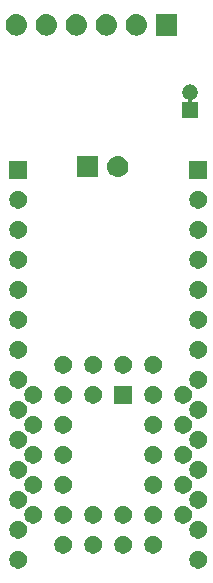
<source format=gbs>
G04 #@! TF.GenerationSoftware,KiCad,Pcbnew,(5.1.0)-1*
G04 #@! TF.CreationDate,2021-03-18T21:23:53+01:00*
G04 #@! TF.ProjectId,Atari TTP and OS,41746172-6920-4545-9450-20616e64204f,rev?*
G04 #@! TF.SameCoordinates,Original*
G04 #@! TF.FileFunction,Soldermask,Bot*
G04 #@! TF.FilePolarity,Negative*
%FSLAX46Y46*%
G04 Gerber Fmt 4.6, Leading zero omitted, Abs format (unit mm)*
G04 Created by KiCad (PCBNEW (5.1.0)-1) date 2021-03-18 21:23:53*
%MOMM*%
%LPD*%
G04 APERTURE LIST*
%ADD10C,0.100000*%
G04 APERTURE END LIST*
D10*
G36*
X140100125Y-102162490D02*
G01*
X140238838Y-102219947D01*
X140363672Y-102303358D01*
X140469842Y-102409528D01*
X140553253Y-102534362D01*
X140610710Y-102673075D01*
X140640000Y-102820329D01*
X140640000Y-102970471D01*
X140610710Y-103117725D01*
X140553253Y-103256438D01*
X140469842Y-103381272D01*
X140363672Y-103487442D01*
X140238838Y-103570853D01*
X140100125Y-103628310D01*
X139952871Y-103657600D01*
X139802729Y-103657600D01*
X139655475Y-103628310D01*
X139516762Y-103570853D01*
X139391928Y-103487442D01*
X139285758Y-103381272D01*
X139202347Y-103256438D01*
X139144890Y-103117725D01*
X139115600Y-102970471D01*
X139115600Y-102820329D01*
X139144890Y-102673075D01*
X139202347Y-102534362D01*
X139285758Y-102409528D01*
X139391928Y-102303358D01*
X139516762Y-102219947D01*
X139655475Y-102162490D01*
X139802729Y-102133200D01*
X139952871Y-102133200D01*
X140100125Y-102162490D01*
X140100125Y-102162490D01*
G37*
G36*
X124860125Y-102162490D02*
G01*
X124998838Y-102219947D01*
X125123672Y-102303358D01*
X125229842Y-102409528D01*
X125313253Y-102534362D01*
X125370710Y-102673075D01*
X125400000Y-102820329D01*
X125400000Y-102970471D01*
X125370710Y-103117725D01*
X125313253Y-103256438D01*
X125229842Y-103381272D01*
X125123672Y-103487442D01*
X124998838Y-103570853D01*
X124860125Y-103628310D01*
X124712871Y-103657600D01*
X124562729Y-103657600D01*
X124415475Y-103628310D01*
X124276762Y-103570853D01*
X124151928Y-103487442D01*
X124045758Y-103381272D01*
X123962347Y-103256438D01*
X123904890Y-103117725D01*
X123875600Y-102970471D01*
X123875600Y-102820329D01*
X123904890Y-102673075D01*
X123962347Y-102534362D01*
X124045758Y-102409528D01*
X124151928Y-102303358D01*
X124276762Y-102219947D01*
X124415475Y-102162490D01*
X124562729Y-102133200D01*
X124712871Y-102133200D01*
X124860125Y-102162490D01*
X124860125Y-102162490D01*
G37*
G36*
X128670125Y-100892490D02*
G01*
X128808838Y-100949947D01*
X128933672Y-101033358D01*
X129039842Y-101139528D01*
X129123253Y-101264362D01*
X129180710Y-101403075D01*
X129210000Y-101550329D01*
X129210000Y-101700471D01*
X129180710Y-101847725D01*
X129123253Y-101986438D01*
X129039842Y-102111272D01*
X128933672Y-102217442D01*
X128808838Y-102300853D01*
X128670125Y-102358310D01*
X128522871Y-102387600D01*
X128372729Y-102387600D01*
X128225475Y-102358310D01*
X128086762Y-102300853D01*
X127961928Y-102217442D01*
X127855758Y-102111272D01*
X127772347Y-101986438D01*
X127714890Y-101847725D01*
X127685600Y-101700471D01*
X127685600Y-101550329D01*
X127714890Y-101403075D01*
X127772347Y-101264362D01*
X127855758Y-101139528D01*
X127961928Y-101033358D01*
X128086762Y-100949947D01*
X128225475Y-100892490D01*
X128372729Y-100863200D01*
X128522871Y-100863200D01*
X128670125Y-100892490D01*
X128670125Y-100892490D01*
G37*
G36*
X136290125Y-100892490D02*
G01*
X136428838Y-100949947D01*
X136553672Y-101033358D01*
X136659842Y-101139528D01*
X136743253Y-101264362D01*
X136800710Y-101403075D01*
X136830000Y-101550329D01*
X136830000Y-101700471D01*
X136800710Y-101847725D01*
X136743253Y-101986438D01*
X136659842Y-102111272D01*
X136553672Y-102217442D01*
X136428838Y-102300853D01*
X136290125Y-102358310D01*
X136142871Y-102387600D01*
X135992729Y-102387600D01*
X135845475Y-102358310D01*
X135706762Y-102300853D01*
X135581928Y-102217442D01*
X135475758Y-102111272D01*
X135392347Y-101986438D01*
X135334890Y-101847725D01*
X135305600Y-101700471D01*
X135305600Y-101550329D01*
X135334890Y-101403075D01*
X135392347Y-101264362D01*
X135475758Y-101139528D01*
X135581928Y-101033358D01*
X135706762Y-100949947D01*
X135845475Y-100892490D01*
X135992729Y-100863200D01*
X136142871Y-100863200D01*
X136290125Y-100892490D01*
X136290125Y-100892490D01*
G37*
G36*
X133750125Y-100892490D02*
G01*
X133888838Y-100949947D01*
X134013672Y-101033358D01*
X134119842Y-101139528D01*
X134203253Y-101264362D01*
X134260710Y-101403075D01*
X134290000Y-101550329D01*
X134290000Y-101700471D01*
X134260710Y-101847725D01*
X134203253Y-101986438D01*
X134119842Y-102111272D01*
X134013672Y-102217442D01*
X133888838Y-102300853D01*
X133750125Y-102358310D01*
X133602871Y-102387600D01*
X133452729Y-102387600D01*
X133305475Y-102358310D01*
X133166762Y-102300853D01*
X133041928Y-102217442D01*
X132935758Y-102111272D01*
X132852347Y-101986438D01*
X132794890Y-101847725D01*
X132765600Y-101700471D01*
X132765600Y-101550329D01*
X132794890Y-101403075D01*
X132852347Y-101264362D01*
X132935758Y-101139528D01*
X133041928Y-101033358D01*
X133166762Y-100949947D01*
X133305475Y-100892490D01*
X133452729Y-100863200D01*
X133602871Y-100863200D01*
X133750125Y-100892490D01*
X133750125Y-100892490D01*
G37*
G36*
X131210125Y-100892490D02*
G01*
X131348838Y-100949947D01*
X131473672Y-101033358D01*
X131579842Y-101139528D01*
X131663253Y-101264362D01*
X131720710Y-101403075D01*
X131750000Y-101550329D01*
X131750000Y-101700471D01*
X131720710Y-101847725D01*
X131663253Y-101986438D01*
X131579842Y-102111272D01*
X131473672Y-102217442D01*
X131348838Y-102300853D01*
X131210125Y-102358310D01*
X131062871Y-102387600D01*
X130912729Y-102387600D01*
X130765475Y-102358310D01*
X130626762Y-102300853D01*
X130501928Y-102217442D01*
X130395758Y-102111272D01*
X130312347Y-101986438D01*
X130254890Y-101847725D01*
X130225600Y-101700471D01*
X130225600Y-101550329D01*
X130254890Y-101403075D01*
X130312347Y-101264362D01*
X130395758Y-101139528D01*
X130501928Y-101033358D01*
X130626762Y-100949947D01*
X130765475Y-100892490D01*
X130912729Y-100863200D01*
X131062871Y-100863200D01*
X131210125Y-100892490D01*
X131210125Y-100892490D01*
G37*
G36*
X140100125Y-99622490D02*
G01*
X140238838Y-99679947D01*
X140363672Y-99763358D01*
X140469842Y-99869528D01*
X140553253Y-99994362D01*
X140610710Y-100133075D01*
X140640000Y-100280329D01*
X140640000Y-100430471D01*
X140610710Y-100577725D01*
X140553253Y-100716438D01*
X140469842Y-100841272D01*
X140363672Y-100947442D01*
X140238838Y-101030853D01*
X140100125Y-101088310D01*
X139952871Y-101117600D01*
X139802729Y-101117600D01*
X139655475Y-101088310D01*
X139516762Y-101030853D01*
X139391928Y-100947442D01*
X139285758Y-100841272D01*
X139202347Y-100716438D01*
X139144890Y-100577725D01*
X139115600Y-100430471D01*
X139115600Y-100280329D01*
X139144890Y-100133075D01*
X139202347Y-99994362D01*
X139285758Y-99869528D01*
X139391928Y-99763358D01*
X139516762Y-99679947D01*
X139655475Y-99622490D01*
X139802729Y-99593200D01*
X139952871Y-99593200D01*
X140100125Y-99622490D01*
X140100125Y-99622490D01*
G37*
G36*
X124860125Y-99622490D02*
G01*
X124998838Y-99679947D01*
X125123672Y-99763358D01*
X125229842Y-99869528D01*
X125313253Y-99994362D01*
X125370710Y-100133075D01*
X125400000Y-100280329D01*
X125400000Y-100430471D01*
X125370710Y-100577725D01*
X125313253Y-100716438D01*
X125229842Y-100841272D01*
X125123672Y-100947442D01*
X124998838Y-101030853D01*
X124860125Y-101088310D01*
X124712871Y-101117600D01*
X124562729Y-101117600D01*
X124415475Y-101088310D01*
X124276762Y-101030853D01*
X124151928Y-100947442D01*
X124045758Y-100841272D01*
X123962347Y-100716438D01*
X123904890Y-100577725D01*
X123875600Y-100430471D01*
X123875600Y-100280329D01*
X123904890Y-100133075D01*
X123962347Y-99994362D01*
X124045758Y-99869528D01*
X124151928Y-99763358D01*
X124276762Y-99679947D01*
X124415475Y-99622490D01*
X124562729Y-99593200D01*
X124712871Y-99593200D01*
X124860125Y-99622490D01*
X124860125Y-99622490D01*
G37*
G36*
X128670125Y-98352490D02*
G01*
X128808838Y-98409947D01*
X128933672Y-98493358D01*
X129039842Y-98599528D01*
X129123253Y-98724362D01*
X129180710Y-98863075D01*
X129210000Y-99010329D01*
X129210000Y-99160471D01*
X129180710Y-99307725D01*
X129123253Y-99446438D01*
X129039842Y-99571272D01*
X128933672Y-99677442D01*
X128808838Y-99760853D01*
X128670125Y-99818310D01*
X128522871Y-99847600D01*
X128372729Y-99847600D01*
X128225475Y-99818310D01*
X128086762Y-99760853D01*
X127961928Y-99677442D01*
X127855758Y-99571272D01*
X127772347Y-99446438D01*
X127714890Y-99307725D01*
X127685600Y-99160471D01*
X127685600Y-99010329D01*
X127714890Y-98863075D01*
X127772347Y-98724362D01*
X127855758Y-98599528D01*
X127961928Y-98493358D01*
X128086762Y-98409947D01*
X128225475Y-98352490D01*
X128372729Y-98323200D01*
X128522871Y-98323200D01*
X128670125Y-98352490D01*
X128670125Y-98352490D01*
G37*
G36*
X136290125Y-98352490D02*
G01*
X136428838Y-98409947D01*
X136553672Y-98493358D01*
X136659842Y-98599528D01*
X136743253Y-98724362D01*
X136800710Y-98863075D01*
X136830000Y-99010329D01*
X136830000Y-99160471D01*
X136800710Y-99307725D01*
X136743253Y-99446438D01*
X136659842Y-99571272D01*
X136553672Y-99677442D01*
X136428838Y-99760853D01*
X136290125Y-99818310D01*
X136142871Y-99847600D01*
X135992729Y-99847600D01*
X135845475Y-99818310D01*
X135706762Y-99760853D01*
X135581928Y-99677442D01*
X135475758Y-99571272D01*
X135392347Y-99446438D01*
X135334890Y-99307725D01*
X135305600Y-99160471D01*
X135305600Y-99010329D01*
X135334890Y-98863075D01*
X135392347Y-98724362D01*
X135475758Y-98599528D01*
X135581928Y-98493358D01*
X135706762Y-98409947D01*
X135845475Y-98352490D01*
X135992729Y-98323200D01*
X136142871Y-98323200D01*
X136290125Y-98352490D01*
X136290125Y-98352490D01*
G37*
G36*
X138830125Y-98352490D02*
G01*
X138968838Y-98409947D01*
X139093672Y-98493358D01*
X139199842Y-98599528D01*
X139283253Y-98724362D01*
X139340710Y-98863075D01*
X139370000Y-99010329D01*
X139370000Y-99160471D01*
X139340710Y-99307725D01*
X139283253Y-99446438D01*
X139199842Y-99571272D01*
X139093672Y-99677442D01*
X138968838Y-99760853D01*
X138830125Y-99818310D01*
X138682871Y-99847600D01*
X138532729Y-99847600D01*
X138385475Y-99818310D01*
X138246762Y-99760853D01*
X138121928Y-99677442D01*
X138015758Y-99571272D01*
X137932347Y-99446438D01*
X137874890Y-99307725D01*
X137845600Y-99160471D01*
X137845600Y-99010329D01*
X137874890Y-98863075D01*
X137932347Y-98724362D01*
X138015758Y-98599528D01*
X138121928Y-98493358D01*
X138246762Y-98409947D01*
X138385475Y-98352490D01*
X138532729Y-98323200D01*
X138682871Y-98323200D01*
X138830125Y-98352490D01*
X138830125Y-98352490D01*
G37*
G36*
X133750125Y-98352490D02*
G01*
X133888838Y-98409947D01*
X134013672Y-98493358D01*
X134119842Y-98599528D01*
X134203253Y-98724362D01*
X134260710Y-98863075D01*
X134290000Y-99010329D01*
X134290000Y-99160471D01*
X134260710Y-99307725D01*
X134203253Y-99446438D01*
X134119842Y-99571272D01*
X134013672Y-99677442D01*
X133888838Y-99760853D01*
X133750125Y-99818310D01*
X133602871Y-99847600D01*
X133452729Y-99847600D01*
X133305475Y-99818310D01*
X133166762Y-99760853D01*
X133041928Y-99677442D01*
X132935758Y-99571272D01*
X132852347Y-99446438D01*
X132794890Y-99307725D01*
X132765600Y-99160471D01*
X132765600Y-99010329D01*
X132794890Y-98863075D01*
X132852347Y-98724362D01*
X132935758Y-98599528D01*
X133041928Y-98493358D01*
X133166762Y-98409947D01*
X133305475Y-98352490D01*
X133452729Y-98323200D01*
X133602871Y-98323200D01*
X133750125Y-98352490D01*
X133750125Y-98352490D01*
G37*
G36*
X126130125Y-98352490D02*
G01*
X126268838Y-98409947D01*
X126393672Y-98493358D01*
X126499842Y-98599528D01*
X126583253Y-98724362D01*
X126640710Y-98863075D01*
X126670000Y-99010329D01*
X126670000Y-99160471D01*
X126640710Y-99307725D01*
X126583253Y-99446438D01*
X126499842Y-99571272D01*
X126393672Y-99677442D01*
X126268838Y-99760853D01*
X126130125Y-99818310D01*
X125982871Y-99847600D01*
X125832729Y-99847600D01*
X125685475Y-99818310D01*
X125546762Y-99760853D01*
X125421928Y-99677442D01*
X125315758Y-99571272D01*
X125232347Y-99446438D01*
X125174890Y-99307725D01*
X125145600Y-99160471D01*
X125145600Y-99010329D01*
X125174890Y-98863075D01*
X125232347Y-98724362D01*
X125315758Y-98599528D01*
X125421928Y-98493358D01*
X125546762Y-98409947D01*
X125685475Y-98352490D01*
X125832729Y-98323200D01*
X125982871Y-98323200D01*
X126130125Y-98352490D01*
X126130125Y-98352490D01*
G37*
G36*
X131210125Y-98352490D02*
G01*
X131348838Y-98409947D01*
X131473672Y-98493358D01*
X131579842Y-98599528D01*
X131663253Y-98724362D01*
X131720710Y-98863075D01*
X131750000Y-99010329D01*
X131750000Y-99160471D01*
X131720710Y-99307725D01*
X131663253Y-99446438D01*
X131579842Y-99571272D01*
X131473672Y-99677442D01*
X131348838Y-99760853D01*
X131210125Y-99818310D01*
X131062871Y-99847600D01*
X130912729Y-99847600D01*
X130765475Y-99818310D01*
X130626762Y-99760853D01*
X130501928Y-99677442D01*
X130395758Y-99571272D01*
X130312347Y-99446438D01*
X130254890Y-99307725D01*
X130225600Y-99160471D01*
X130225600Y-99010329D01*
X130254890Y-98863075D01*
X130312347Y-98724362D01*
X130395758Y-98599528D01*
X130501928Y-98493358D01*
X130626762Y-98409947D01*
X130765475Y-98352490D01*
X130912729Y-98323200D01*
X131062871Y-98323200D01*
X131210125Y-98352490D01*
X131210125Y-98352490D01*
G37*
G36*
X124860125Y-97082490D02*
G01*
X124998838Y-97139947D01*
X125123672Y-97223358D01*
X125229842Y-97329528D01*
X125313253Y-97454362D01*
X125370710Y-97593075D01*
X125400000Y-97740329D01*
X125400000Y-97890471D01*
X125370710Y-98037725D01*
X125313253Y-98176438D01*
X125229842Y-98301272D01*
X125123672Y-98407442D01*
X124998838Y-98490853D01*
X124860125Y-98548310D01*
X124712871Y-98577600D01*
X124562729Y-98577600D01*
X124415475Y-98548310D01*
X124276762Y-98490853D01*
X124151928Y-98407442D01*
X124045758Y-98301272D01*
X123962347Y-98176438D01*
X123904890Y-98037725D01*
X123875600Y-97890471D01*
X123875600Y-97740329D01*
X123904890Y-97593075D01*
X123962347Y-97454362D01*
X124045758Y-97329528D01*
X124151928Y-97223358D01*
X124276762Y-97139947D01*
X124415475Y-97082490D01*
X124562729Y-97053200D01*
X124712871Y-97053200D01*
X124860125Y-97082490D01*
X124860125Y-97082490D01*
G37*
G36*
X140100125Y-97082490D02*
G01*
X140238838Y-97139947D01*
X140363672Y-97223358D01*
X140469842Y-97329528D01*
X140553253Y-97454362D01*
X140610710Y-97593075D01*
X140640000Y-97740329D01*
X140640000Y-97890471D01*
X140610710Y-98037725D01*
X140553253Y-98176438D01*
X140469842Y-98301272D01*
X140363672Y-98407442D01*
X140238838Y-98490853D01*
X140100125Y-98548310D01*
X139952871Y-98577600D01*
X139802729Y-98577600D01*
X139655475Y-98548310D01*
X139516762Y-98490853D01*
X139391928Y-98407442D01*
X139285758Y-98301272D01*
X139202347Y-98176438D01*
X139144890Y-98037725D01*
X139115600Y-97890471D01*
X139115600Y-97740329D01*
X139144890Y-97593075D01*
X139202347Y-97454362D01*
X139285758Y-97329528D01*
X139391928Y-97223358D01*
X139516762Y-97139947D01*
X139655475Y-97082490D01*
X139802729Y-97053200D01*
X139952871Y-97053200D01*
X140100125Y-97082490D01*
X140100125Y-97082490D01*
G37*
G36*
X138830125Y-95812490D02*
G01*
X138968838Y-95869947D01*
X139093672Y-95953358D01*
X139199842Y-96059528D01*
X139283253Y-96184362D01*
X139340710Y-96323075D01*
X139370000Y-96470329D01*
X139370000Y-96620471D01*
X139340710Y-96767725D01*
X139283253Y-96906438D01*
X139199842Y-97031272D01*
X139093672Y-97137442D01*
X138968838Y-97220853D01*
X138830125Y-97278310D01*
X138682871Y-97307600D01*
X138532729Y-97307600D01*
X138385475Y-97278310D01*
X138246762Y-97220853D01*
X138121928Y-97137442D01*
X138015758Y-97031272D01*
X137932347Y-96906438D01*
X137874890Y-96767725D01*
X137845600Y-96620471D01*
X137845600Y-96470329D01*
X137874890Y-96323075D01*
X137932347Y-96184362D01*
X138015758Y-96059528D01*
X138121928Y-95953358D01*
X138246762Y-95869947D01*
X138385475Y-95812490D01*
X138532729Y-95783200D01*
X138682871Y-95783200D01*
X138830125Y-95812490D01*
X138830125Y-95812490D01*
G37*
G36*
X136290125Y-95812490D02*
G01*
X136428838Y-95869947D01*
X136553672Y-95953358D01*
X136659842Y-96059528D01*
X136743253Y-96184362D01*
X136800710Y-96323075D01*
X136830000Y-96470329D01*
X136830000Y-96620471D01*
X136800710Y-96767725D01*
X136743253Y-96906438D01*
X136659842Y-97031272D01*
X136553672Y-97137442D01*
X136428838Y-97220853D01*
X136290125Y-97278310D01*
X136142871Y-97307600D01*
X135992729Y-97307600D01*
X135845475Y-97278310D01*
X135706762Y-97220853D01*
X135581928Y-97137442D01*
X135475758Y-97031272D01*
X135392347Y-96906438D01*
X135334890Y-96767725D01*
X135305600Y-96620471D01*
X135305600Y-96470329D01*
X135334890Y-96323075D01*
X135392347Y-96184362D01*
X135475758Y-96059528D01*
X135581928Y-95953358D01*
X135706762Y-95869947D01*
X135845475Y-95812490D01*
X135992729Y-95783200D01*
X136142871Y-95783200D01*
X136290125Y-95812490D01*
X136290125Y-95812490D01*
G37*
G36*
X126130125Y-95812490D02*
G01*
X126268838Y-95869947D01*
X126393672Y-95953358D01*
X126499842Y-96059528D01*
X126583253Y-96184362D01*
X126640710Y-96323075D01*
X126670000Y-96470329D01*
X126670000Y-96620471D01*
X126640710Y-96767725D01*
X126583253Y-96906438D01*
X126499842Y-97031272D01*
X126393672Y-97137442D01*
X126268838Y-97220853D01*
X126130125Y-97278310D01*
X125982871Y-97307600D01*
X125832729Y-97307600D01*
X125685475Y-97278310D01*
X125546762Y-97220853D01*
X125421928Y-97137442D01*
X125315758Y-97031272D01*
X125232347Y-96906438D01*
X125174890Y-96767725D01*
X125145600Y-96620471D01*
X125145600Y-96470329D01*
X125174890Y-96323075D01*
X125232347Y-96184362D01*
X125315758Y-96059528D01*
X125421928Y-95953358D01*
X125546762Y-95869947D01*
X125685475Y-95812490D01*
X125832729Y-95783200D01*
X125982871Y-95783200D01*
X126130125Y-95812490D01*
X126130125Y-95812490D01*
G37*
G36*
X128670125Y-95812490D02*
G01*
X128808838Y-95869947D01*
X128933672Y-95953358D01*
X129039842Y-96059528D01*
X129123253Y-96184362D01*
X129180710Y-96323075D01*
X129210000Y-96470329D01*
X129210000Y-96620471D01*
X129180710Y-96767725D01*
X129123253Y-96906438D01*
X129039842Y-97031272D01*
X128933672Y-97137442D01*
X128808838Y-97220853D01*
X128670125Y-97278310D01*
X128522871Y-97307600D01*
X128372729Y-97307600D01*
X128225475Y-97278310D01*
X128086762Y-97220853D01*
X127961928Y-97137442D01*
X127855758Y-97031272D01*
X127772347Y-96906438D01*
X127714890Y-96767725D01*
X127685600Y-96620471D01*
X127685600Y-96470329D01*
X127714890Y-96323075D01*
X127772347Y-96184362D01*
X127855758Y-96059528D01*
X127961928Y-95953358D01*
X128086762Y-95869947D01*
X128225475Y-95812490D01*
X128372729Y-95783200D01*
X128522871Y-95783200D01*
X128670125Y-95812490D01*
X128670125Y-95812490D01*
G37*
G36*
X140100125Y-94542490D02*
G01*
X140238838Y-94599947D01*
X140363672Y-94683358D01*
X140469842Y-94789528D01*
X140553253Y-94914362D01*
X140610710Y-95053075D01*
X140640000Y-95200329D01*
X140640000Y-95350471D01*
X140610710Y-95497725D01*
X140553253Y-95636438D01*
X140469842Y-95761272D01*
X140363672Y-95867442D01*
X140238838Y-95950853D01*
X140100125Y-96008310D01*
X139952871Y-96037600D01*
X139802729Y-96037600D01*
X139655475Y-96008310D01*
X139516762Y-95950853D01*
X139391928Y-95867442D01*
X139285758Y-95761272D01*
X139202347Y-95636438D01*
X139144890Y-95497725D01*
X139115600Y-95350471D01*
X139115600Y-95200329D01*
X139144890Y-95053075D01*
X139202347Y-94914362D01*
X139285758Y-94789528D01*
X139391928Y-94683358D01*
X139516762Y-94599947D01*
X139655475Y-94542490D01*
X139802729Y-94513200D01*
X139952871Y-94513200D01*
X140100125Y-94542490D01*
X140100125Y-94542490D01*
G37*
G36*
X124860125Y-94542490D02*
G01*
X124998838Y-94599947D01*
X125123672Y-94683358D01*
X125229842Y-94789528D01*
X125313253Y-94914362D01*
X125370710Y-95053075D01*
X125400000Y-95200329D01*
X125400000Y-95350471D01*
X125370710Y-95497725D01*
X125313253Y-95636438D01*
X125229842Y-95761272D01*
X125123672Y-95867442D01*
X124998838Y-95950853D01*
X124860125Y-96008310D01*
X124712871Y-96037600D01*
X124562729Y-96037600D01*
X124415475Y-96008310D01*
X124276762Y-95950853D01*
X124151928Y-95867442D01*
X124045758Y-95761272D01*
X123962347Y-95636438D01*
X123904890Y-95497725D01*
X123875600Y-95350471D01*
X123875600Y-95200329D01*
X123904890Y-95053075D01*
X123962347Y-94914362D01*
X124045758Y-94789528D01*
X124151928Y-94683358D01*
X124276762Y-94599947D01*
X124415475Y-94542490D01*
X124562729Y-94513200D01*
X124712871Y-94513200D01*
X124860125Y-94542490D01*
X124860125Y-94542490D01*
G37*
G36*
X138830125Y-93272490D02*
G01*
X138968838Y-93329947D01*
X139093672Y-93413358D01*
X139199842Y-93519528D01*
X139283253Y-93644362D01*
X139340710Y-93783075D01*
X139370000Y-93930329D01*
X139370000Y-94080471D01*
X139340710Y-94227725D01*
X139283253Y-94366438D01*
X139199842Y-94491272D01*
X139093672Y-94597442D01*
X138968838Y-94680853D01*
X138830125Y-94738310D01*
X138682871Y-94767600D01*
X138532729Y-94767600D01*
X138385475Y-94738310D01*
X138246762Y-94680853D01*
X138121928Y-94597442D01*
X138015758Y-94491272D01*
X137932347Y-94366438D01*
X137874890Y-94227725D01*
X137845600Y-94080471D01*
X137845600Y-93930329D01*
X137874890Y-93783075D01*
X137932347Y-93644362D01*
X138015758Y-93519528D01*
X138121928Y-93413358D01*
X138246762Y-93329947D01*
X138385475Y-93272490D01*
X138532729Y-93243200D01*
X138682871Y-93243200D01*
X138830125Y-93272490D01*
X138830125Y-93272490D01*
G37*
G36*
X136290125Y-93272490D02*
G01*
X136428838Y-93329947D01*
X136553672Y-93413358D01*
X136659842Y-93519528D01*
X136743253Y-93644362D01*
X136800710Y-93783075D01*
X136830000Y-93930329D01*
X136830000Y-94080471D01*
X136800710Y-94227725D01*
X136743253Y-94366438D01*
X136659842Y-94491272D01*
X136553672Y-94597442D01*
X136428838Y-94680853D01*
X136290125Y-94738310D01*
X136142871Y-94767600D01*
X135992729Y-94767600D01*
X135845475Y-94738310D01*
X135706762Y-94680853D01*
X135581928Y-94597442D01*
X135475758Y-94491272D01*
X135392347Y-94366438D01*
X135334890Y-94227725D01*
X135305600Y-94080471D01*
X135305600Y-93930329D01*
X135334890Y-93783075D01*
X135392347Y-93644362D01*
X135475758Y-93519528D01*
X135581928Y-93413358D01*
X135706762Y-93329947D01*
X135845475Y-93272490D01*
X135992729Y-93243200D01*
X136142871Y-93243200D01*
X136290125Y-93272490D01*
X136290125Y-93272490D01*
G37*
G36*
X126130125Y-93272490D02*
G01*
X126268838Y-93329947D01*
X126393672Y-93413358D01*
X126499842Y-93519528D01*
X126583253Y-93644362D01*
X126640710Y-93783075D01*
X126670000Y-93930329D01*
X126670000Y-94080471D01*
X126640710Y-94227725D01*
X126583253Y-94366438D01*
X126499842Y-94491272D01*
X126393672Y-94597442D01*
X126268838Y-94680853D01*
X126130125Y-94738310D01*
X125982871Y-94767600D01*
X125832729Y-94767600D01*
X125685475Y-94738310D01*
X125546762Y-94680853D01*
X125421928Y-94597442D01*
X125315758Y-94491272D01*
X125232347Y-94366438D01*
X125174890Y-94227725D01*
X125145600Y-94080471D01*
X125145600Y-93930329D01*
X125174890Y-93783075D01*
X125232347Y-93644362D01*
X125315758Y-93519528D01*
X125421928Y-93413358D01*
X125546762Y-93329947D01*
X125685475Y-93272490D01*
X125832729Y-93243200D01*
X125982871Y-93243200D01*
X126130125Y-93272490D01*
X126130125Y-93272490D01*
G37*
G36*
X128670125Y-93272490D02*
G01*
X128808838Y-93329947D01*
X128933672Y-93413358D01*
X129039842Y-93519528D01*
X129123253Y-93644362D01*
X129180710Y-93783075D01*
X129210000Y-93930329D01*
X129210000Y-94080471D01*
X129180710Y-94227725D01*
X129123253Y-94366438D01*
X129039842Y-94491272D01*
X128933672Y-94597442D01*
X128808838Y-94680853D01*
X128670125Y-94738310D01*
X128522871Y-94767600D01*
X128372729Y-94767600D01*
X128225475Y-94738310D01*
X128086762Y-94680853D01*
X127961928Y-94597442D01*
X127855758Y-94491272D01*
X127772347Y-94366438D01*
X127714890Y-94227725D01*
X127685600Y-94080471D01*
X127685600Y-93930329D01*
X127714890Y-93783075D01*
X127772347Y-93644362D01*
X127855758Y-93519528D01*
X127961928Y-93413358D01*
X128086762Y-93329947D01*
X128225475Y-93272490D01*
X128372729Y-93243200D01*
X128522871Y-93243200D01*
X128670125Y-93272490D01*
X128670125Y-93272490D01*
G37*
G36*
X124860125Y-92002490D02*
G01*
X124998838Y-92059947D01*
X125123672Y-92143358D01*
X125229842Y-92249528D01*
X125313253Y-92374362D01*
X125370710Y-92513075D01*
X125400000Y-92660329D01*
X125400000Y-92810471D01*
X125370710Y-92957725D01*
X125313253Y-93096438D01*
X125229842Y-93221272D01*
X125123672Y-93327442D01*
X124998838Y-93410853D01*
X124860125Y-93468310D01*
X124712871Y-93497600D01*
X124562729Y-93497600D01*
X124415475Y-93468310D01*
X124276762Y-93410853D01*
X124151928Y-93327442D01*
X124045758Y-93221272D01*
X123962347Y-93096438D01*
X123904890Y-92957725D01*
X123875600Y-92810471D01*
X123875600Y-92660329D01*
X123904890Y-92513075D01*
X123962347Y-92374362D01*
X124045758Y-92249528D01*
X124151928Y-92143358D01*
X124276762Y-92059947D01*
X124415475Y-92002490D01*
X124562729Y-91973200D01*
X124712871Y-91973200D01*
X124860125Y-92002490D01*
X124860125Y-92002490D01*
G37*
G36*
X140100125Y-92002490D02*
G01*
X140238838Y-92059947D01*
X140363672Y-92143358D01*
X140469842Y-92249528D01*
X140553253Y-92374362D01*
X140610710Y-92513075D01*
X140640000Y-92660329D01*
X140640000Y-92810471D01*
X140610710Y-92957725D01*
X140553253Y-93096438D01*
X140469842Y-93221272D01*
X140363672Y-93327442D01*
X140238838Y-93410853D01*
X140100125Y-93468310D01*
X139952871Y-93497600D01*
X139802729Y-93497600D01*
X139655475Y-93468310D01*
X139516762Y-93410853D01*
X139391928Y-93327442D01*
X139285758Y-93221272D01*
X139202347Y-93096438D01*
X139144890Y-92957725D01*
X139115600Y-92810471D01*
X139115600Y-92660329D01*
X139144890Y-92513075D01*
X139202347Y-92374362D01*
X139285758Y-92249528D01*
X139391928Y-92143358D01*
X139516762Y-92059947D01*
X139655475Y-92002490D01*
X139802729Y-91973200D01*
X139952871Y-91973200D01*
X140100125Y-92002490D01*
X140100125Y-92002490D01*
G37*
G36*
X128670125Y-90732490D02*
G01*
X128808838Y-90789947D01*
X128933672Y-90873358D01*
X129039842Y-90979528D01*
X129123253Y-91104362D01*
X129180710Y-91243075D01*
X129210000Y-91390329D01*
X129210000Y-91540471D01*
X129180710Y-91687725D01*
X129123253Y-91826438D01*
X129039842Y-91951272D01*
X128933672Y-92057442D01*
X128808838Y-92140853D01*
X128670125Y-92198310D01*
X128522871Y-92227600D01*
X128372729Y-92227600D01*
X128225475Y-92198310D01*
X128086762Y-92140853D01*
X127961928Y-92057442D01*
X127855758Y-91951272D01*
X127772347Y-91826438D01*
X127714890Y-91687725D01*
X127685600Y-91540471D01*
X127685600Y-91390329D01*
X127714890Y-91243075D01*
X127772347Y-91104362D01*
X127855758Y-90979528D01*
X127961928Y-90873358D01*
X128086762Y-90789947D01*
X128225475Y-90732490D01*
X128372729Y-90703200D01*
X128522871Y-90703200D01*
X128670125Y-90732490D01*
X128670125Y-90732490D01*
G37*
G36*
X136290125Y-90732490D02*
G01*
X136428838Y-90789947D01*
X136553672Y-90873358D01*
X136659842Y-90979528D01*
X136743253Y-91104362D01*
X136800710Y-91243075D01*
X136830000Y-91390329D01*
X136830000Y-91540471D01*
X136800710Y-91687725D01*
X136743253Y-91826438D01*
X136659842Y-91951272D01*
X136553672Y-92057442D01*
X136428838Y-92140853D01*
X136290125Y-92198310D01*
X136142871Y-92227600D01*
X135992729Y-92227600D01*
X135845475Y-92198310D01*
X135706762Y-92140853D01*
X135581928Y-92057442D01*
X135475758Y-91951272D01*
X135392347Y-91826438D01*
X135334890Y-91687725D01*
X135305600Y-91540471D01*
X135305600Y-91390329D01*
X135334890Y-91243075D01*
X135392347Y-91104362D01*
X135475758Y-90979528D01*
X135581928Y-90873358D01*
X135706762Y-90789947D01*
X135845475Y-90732490D01*
X135992729Y-90703200D01*
X136142871Y-90703200D01*
X136290125Y-90732490D01*
X136290125Y-90732490D01*
G37*
G36*
X138830125Y-90732490D02*
G01*
X138968838Y-90789947D01*
X139093672Y-90873358D01*
X139199842Y-90979528D01*
X139283253Y-91104362D01*
X139340710Y-91243075D01*
X139370000Y-91390329D01*
X139370000Y-91540471D01*
X139340710Y-91687725D01*
X139283253Y-91826438D01*
X139199842Y-91951272D01*
X139093672Y-92057442D01*
X138968838Y-92140853D01*
X138830125Y-92198310D01*
X138682871Y-92227600D01*
X138532729Y-92227600D01*
X138385475Y-92198310D01*
X138246762Y-92140853D01*
X138121928Y-92057442D01*
X138015758Y-91951272D01*
X137932347Y-91826438D01*
X137874890Y-91687725D01*
X137845600Y-91540471D01*
X137845600Y-91390329D01*
X137874890Y-91243075D01*
X137932347Y-91104362D01*
X138015758Y-90979528D01*
X138121928Y-90873358D01*
X138246762Y-90789947D01*
X138385475Y-90732490D01*
X138532729Y-90703200D01*
X138682871Y-90703200D01*
X138830125Y-90732490D01*
X138830125Y-90732490D01*
G37*
G36*
X126130125Y-90732490D02*
G01*
X126268838Y-90789947D01*
X126393672Y-90873358D01*
X126499842Y-90979528D01*
X126583253Y-91104362D01*
X126640710Y-91243075D01*
X126670000Y-91390329D01*
X126670000Y-91540471D01*
X126640710Y-91687725D01*
X126583253Y-91826438D01*
X126499842Y-91951272D01*
X126393672Y-92057442D01*
X126268838Y-92140853D01*
X126130125Y-92198310D01*
X125982871Y-92227600D01*
X125832729Y-92227600D01*
X125685475Y-92198310D01*
X125546762Y-92140853D01*
X125421928Y-92057442D01*
X125315758Y-91951272D01*
X125232347Y-91826438D01*
X125174890Y-91687725D01*
X125145600Y-91540471D01*
X125145600Y-91390329D01*
X125174890Y-91243075D01*
X125232347Y-91104362D01*
X125315758Y-90979528D01*
X125421928Y-90873358D01*
X125546762Y-90789947D01*
X125685475Y-90732490D01*
X125832729Y-90703200D01*
X125982871Y-90703200D01*
X126130125Y-90732490D01*
X126130125Y-90732490D01*
G37*
G36*
X124860125Y-89462490D02*
G01*
X124998838Y-89519947D01*
X125123672Y-89603358D01*
X125229842Y-89709528D01*
X125313253Y-89834362D01*
X125370710Y-89973075D01*
X125400000Y-90120329D01*
X125400000Y-90270471D01*
X125370710Y-90417725D01*
X125313253Y-90556438D01*
X125229842Y-90681272D01*
X125123672Y-90787442D01*
X124998838Y-90870853D01*
X124860125Y-90928310D01*
X124712871Y-90957600D01*
X124562729Y-90957600D01*
X124415475Y-90928310D01*
X124276762Y-90870853D01*
X124151928Y-90787442D01*
X124045758Y-90681272D01*
X123962347Y-90556438D01*
X123904890Y-90417725D01*
X123875600Y-90270471D01*
X123875600Y-90120329D01*
X123904890Y-89973075D01*
X123962347Y-89834362D01*
X124045758Y-89709528D01*
X124151928Y-89603358D01*
X124276762Y-89519947D01*
X124415475Y-89462490D01*
X124562729Y-89433200D01*
X124712871Y-89433200D01*
X124860125Y-89462490D01*
X124860125Y-89462490D01*
G37*
G36*
X140100125Y-89462490D02*
G01*
X140238838Y-89519947D01*
X140363672Y-89603358D01*
X140469842Y-89709528D01*
X140553253Y-89834362D01*
X140610710Y-89973075D01*
X140640000Y-90120329D01*
X140640000Y-90270471D01*
X140610710Y-90417725D01*
X140553253Y-90556438D01*
X140469842Y-90681272D01*
X140363672Y-90787442D01*
X140238838Y-90870853D01*
X140100125Y-90928310D01*
X139952871Y-90957600D01*
X139802729Y-90957600D01*
X139655475Y-90928310D01*
X139516762Y-90870853D01*
X139391928Y-90787442D01*
X139285758Y-90681272D01*
X139202347Y-90556438D01*
X139144890Y-90417725D01*
X139115600Y-90270471D01*
X139115600Y-90120329D01*
X139144890Y-89973075D01*
X139202347Y-89834362D01*
X139285758Y-89709528D01*
X139391928Y-89603358D01*
X139516762Y-89519947D01*
X139655475Y-89462490D01*
X139802729Y-89433200D01*
X139952871Y-89433200D01*
X140100125Y-89462490D01*
X140100125Y-89462490D01*
G37*
G36*
X134290000Y-89687600D02*
G01*
X132765600Y-89687600D01*
X132765600Y-88163200D01*
X134290000Y-88163200D01*
X134290000Y-89687600D01*
X134290000Y-89687600D01*
G37*
G36*
X131210125Y-88192490D02*
G01*
X131348838Y-88249947D01*
X131473672Y-88333358D01*
X131579842Y-88439528D01*
X131663253Y-88564362D01*
X131720710Y-88703075D01*
X131750000Y-88850329D01*
X131750000Y-89000471D01*
X131720710Y-89147725D01*
X131663253Y-89286438D01*
X131579842Y-89411272D01*
X131473672Y-89517442D01*
X131348838Y-89600853D01*
X131210125Y-89658310D01*
X131062871Y-89687600D01*
X130912729Y-89687600D01*
X130765475Y-89658310D01*
X130626762Y-89600853D01*
X130501928Y-89517442D01*
X130395758Y-89411272D01*
X130312347Y-89286438D01*
X130254890Y-89147725D01*
X130225600Y-89000471D01*
X130225600Y-88850329D01*
X130254890Y-88703075D01*
X130312347Y-88564362D01*
X130395758Y-88439528D01*
X130501928Y-88333358D01*
X130626762Y-88249947D01*
X130765475Y-88192490D01*
X130912729Y-88163200D01*
X131062871Y-88163200D01*
X131210125Y-88192490D01*
X131210125Y-88192490D01*
G37*
G36*
X128670125Y-88192490D02*
G01*
X128808838Y-88249947D01*
X128933672Y-88333358D01*
X129039842Y-88439528D01*
X129123253Y-88564362D01*
X129180710Y-88703075D01*
X129210000Y-88850329D01*
X129210000Y-89000471D01*
X129180710Y-89147725D01*
X129123253Y-89286438D01*
X129039842Y-89411272D01*
X128933672Y-89517442D01*
X128808838Y-89600853D01*
X128670125Y-89658310D01*
X128522871Y-89687600D01*
X128372729Y-89687600D01*
X128225475Y-89658310D01*
X128086762Y-89600853D01*
X127961928Y-89517442D01*
X127855758Y-89411272D01*
X127772347Y-89286438D01*
X127714890Y-89147725D01*
X127685600Y-89000471D01*
X127685600Y-88850329D01*
X127714890Y-88703075D01*
X127772347Y-88564362D01*
X127855758Y-88439528D01*
X127961928Y-88333358D01*
X128086762Y-88249947D01*
X128225475Y-88192490D01*
X128372729Y-88163200D01*
X128522871Y-88163200D01*
X128670125Y-88192490D01*
X128670125Y-88192490D01*
G37*
G36*
X138830125Y-88192490D02*
G01*
X138968838Y-88249947D01*
X139093672Y-88333358D01*
X139199842Y-88439528D01*
X139283253Y-88564362D01*
X139340710Y-88703075D01*
X139370000Y-88850329D01*
X139370000Y-89000471D01*
X139340710Y-89147725D01*
X139283253Y-89286438D01*
X139199842Y-89411272D01*
X139093672Y-89517442D01*
X138968838Y-89600853D01*
X138830125Y-89658310D01*
X138682871Y-89687600D01*
X138532729Y-89687600D01*
X138385475Y-89658310D01*
X138246762Y-89600853D01*
X138121928Y-89517442D01*
X138015758Y-89411272D01*
X137932347Y-89286438D01*
X137874890Y-89147725D01*
X137845600Y-89000471D01*
X137845600Y-88850329D01*
X137874890Y-88703075D01*
X137932347Y-88564362D01*
X138015758Y-88439528D01*
X138121928Y-88333358D01*
X138246762Y-88249947D01*
X138385475Y-88192490D01*
X138532729Y-88163200D01*
X138682871Y-88163200D01*
X138830125Y-88192490D01*
X138830125Y-88192490D01*
G37*
G36*
X126130125Y-88192490D02*
G01*
X126268838Y-88249947D01*
X126393672Y-88333358D01*
X126499842Y-88439528D01*
X126583253Y-88564362D01*
X126640710Y-88703075D01*
X126670000Y-88850329D01*
X126670000Y-89000471D01*
X126640710Y-89147725D01*
X126583253Y-89286438D01*
X126499842Y-89411272D01*
X126393672Y-89517442D01*
X126268838Y-89600853D01*
X126130125Y-89658310D01*
X125982871Y-89687600D01*
X125832729Y-89687600D01*
X125685475Y-89658310D01*
X125546762Y-89600853D01*
X125421928Y-89517442D01*
X125315758Y-89411272D01*
X125232347Y-89286438D01*
X125174890Y-89147725D01*
X125145600Y-89000471D01*
X125145600Y-88850329D01*
X125174890Y-88703075D01*
X125232347Y-88564362D01*
X125315758Y-88439528D01*
X125421928Y-88333358D01*
X125546762Y-88249947D01*
X125685475Y-88192490D01*
X125832729Y-88163200D01*
X125982871Y-88163200D01*
X126130125Y-88192490D01*
X126130125Y-88192490D01*
G37*
G36*
X136290125Y-88192490D02*
G01*
X136428838Y-88249947D01*
X136553672Y-88333358D01*
X136659842Y-88439528D01*
X136743253Y-88564362D01*
X136800710Y-88703075D01*
X136830000Y-88850329D01*
X136830000Y-89000471D01*
X136800710Y-89147725D01*
X136743253Y-89286438D01*
X136659842Y-89411272D01*
X136553672Y-89517442D01*
X136428838Y-89600853D01*
X136290125Y-89658310D01*
X136142871Y-89687600D01*
X135992729Y-89687600D01*
X135845475Y-89658310D01*
X135706762Y-89600853D01*
X135581928Y-89517442D01*
X135475758Y-89411272D01*
X135392347Y-89286438D01*
X135334890Y-89147725D01*
X135305600Y-89000471D01*
X135305600Y-88850329D01*
X135334890Y-88703075D01*
X135392347Y-88564362D01*
X135475758Y-88439528D01*
X135581928Y-88333358D01*
X135706762Y-88249947D01*
X135845475Y-88192490D01*
X135992729Y-88163200D01*
X136142871Y-88163200D01*
X136290125Y-88192490D01*
X136290125Y-88192490D01*
G37*
G36*
X124860125Y-86922490D02*
G01*
X124998838Y-86979947D01*
X125123672Y-87063358D01*
X125229842Y-87169528D01*
X125313253Y-87294362D01*
X125370710Y-87433075D01*
X125400000Y-87580329D01*
X125400000Y-87730471D01*
X125370710Y-87877725D01*
X125313253Y-88016438D01*
X125229842Y-88141272D01*
X125123672Y-88247442D01*
X124998838Y-88330853D01*
X124860125Y-88388310D01*
X124712871Y-88417600D01*
X124562729Y-88417600D01*
X124415475Y-88388310D01*
X124276762Y-88330853D01*
X124151928Y-88247442D01*
X124045758Y-88141272D01*
X123962347Y-88016438D01*
X123904890Y-87877725D01*
X123875600Y-87730471D01*
X123875600Y-87580329D01*
X123904890Y-87433075D01*
X123962347Y-87294362D01*
X124045758Y-87169528D01*
X124151928Y-87063358D01*
X124276762Y-86979947D01*
X124415475Y-86922490D01*
X124562729Y-86893200D01*
X124712871Y-86893200D01*
X124860125Y-86922490D01*
X124860125Y-86922490D01*
G37*
G36*
X140100125Y-86922490D02*
G01*
X140238838Y-86979947D01*
X140363672Y-87063358D01*
X140469842Y-87169528D01*
X140553253Y-87294362D01*
X140610710Y-87433075D01*
X140640000Y-87580329D01*
X140640000Y-87730471D01*
X140610710Y-87877725D01*
X140553253Y-88016438D01*
X140469842Y-88141272D01*
X140363672Y-88247442D01*
X140238838Y-88330853D01*
X140100125Y-88388310D01*
X139952871Y-88417600D01*
X139802729Y-88417600D01*
X139655475Y-88388310D01*
X139516762Y-88330853D01*
X139391928Y-88247442D01*
X139285758Y-88141272D01*
X139202347Y-88016438D01*
X139144890Y-87877725D01*
X139115600Y-87730471D01*
X139115600Y-87580329D01*
X139144890Y-87433075D01*
X139202347Y-87294362D01*
X139285758Y-87169528D01*
X139391928Y-87063358D01*
X139516762Y-86979947D01*
X139655475Y-86922490D01*
X139802729Y-86893200D01*
X139952871Y-86893200D01*
X140100125Y-86922490D01*
X140100125Y-86922490D01*
G37*
G36*
X133750125Y-85652490D02*
G01*
X133888838Y-85709947D01*
X134013672Y-85793358D01*
X134119842Y-85899528D01*
X134203253Y-86024362D01*
X134260710Y-86163075D01*
X134290000Y-86310329D01*
X134290000Y-86460471D01*
X134260710Y-86607725D01*
X134203253Y-86746438D01*
X134119842Y-86871272D01*
X134013672Y-86977442D01*
X133888838Y-87060853D01*
X133750125Y-87118310D01*
X133602871Y-87147600D01*
X133452729Y-87147600D01*
X133305475Y-87118310D01*
X133166762Y-87060853D01*
X133041928Y-86977442D01*
X132935758Y-86871272D01*
X132852347Y-86746438D01*
X132794890Y-86607725D01*
X132765600Y-86460471D01*
X132765600Y-86310329D01*
X132794890Y-86163075D01*
X132852347Y-86024362D01*
X132935758Y-85899528D01*
X133041928Y-85793358D01*
X133166762Y-85709947D01*
X133305475Y-85652490D01*
X133452729Y-85623200D01*
X133602871Y-85623200D01*
X133750125Y-85652490D01*
X133750125Y-85652490D01*
G37*
G36*
X128670125Y-85652490D02*
G01*
X128808838Y-85709947D01*
X128933672Y-85793358D01*
X129039842Y-85899528D01*
X129123253Y-86024362D01*
X129180710Y-86163075D01*
X129210000Y-86310329D01*
X129210000Y-86460471D01*
X129180710Y-86607725D01*
X129123253Y-86746438D01*
X129039842Y-86871272D01*
X128933672Y-86977442D01*
X128808838Y-87060853D01*
X128670125Y-87118310D01*
X128522871Y-87147600D01*
X128372729Y-87147600D01*
X128225475Y-87118310D01*
X128086762Y-87060853D01*
X127961928Y-86977442D01*
X127855758Y-86871272D01*
X127772347Y-86746438D01*
X127714890Y-86607725D01*
X127685600Y-86460471D01*
X127685600Y-86310329D01*
X127714890Y-86163075D01*
X127772347Y-86024362D01*
X127855758Y-85899528D01*
X127961928Y-85793358D01*
X128086762Y-85709947D01*
X128225475Y-85652490D01*
X128372729Y-85623200D01*
X128522871Y-85623200D01*
X128670125Y-85652490D01*
X128670125Y-85652490D01*
G37*
G36*
X131210125Y-85652490D02*
G01*
X131348838Y-85709947D01*
X131473672Y-85793358D01*
X131579842Y-85899528D01*
X131663253Y-86024362D01*
X131720710Y-86163075D01*
X131750000Y-86310329D01*
X131750000Y-86460471D01*
X131720710Y-86607725D01*
X131663253Y-86746438D01*
X131579842Y-86871272D01*
X131473672Y-86977442D01*
X131348838Y-87060853D01*
X131210125Y-87118310D01*
X131062871Y-87147600D01*
X130912729Y-87147600D01*
X130765475Y-87118310D01*
X130626762Y-87060853D01*
X130501928Y-86977442D01*
X130395758Y-86871272D01*
X130312347Y-86746438D01*
X130254890Y-86607725D01*
X130225600Y-86460471D01*
X130225600Y-86310329D01*
X130254890Y-86163075D01*
X130312347Y-86024362D01*
X130395758Y-85899528D01*
X130501928Y-85793358D01*
X130626762Y-85709947D01*
X130765475Y-85652490D01*
X130912729Y-85623200D01*
X131062871Y-85623200D01*
X131210125Y-85652490D01*
X131210125Y-85652490D01*
G37*
G36*
X136290125Y-85652490D02*
G01*
X136428838Y-85709947D01*
X136553672Y-85793358D01*
X136659842Y-85899528D01*
X136743253Y-86024362D01*
X136800710Y-86163075D01*
X136830000Y-86310329D01*
X136830000Y-86460471D01*
X136800710Y-86607725D01*
X136743253Y-86746438D01*
X136659842Y-86871272D01*
X136553672Y-86977442D01*
X136428838Y-87060853D01*
X136290125Y-87118310D01*
X136142871Y-87147600D01*
X135992729Y-87147600D01*
X135845475Y-87118310D01*
X135706762Y-87060853D01*
X135581928Y-86977442D01*
X135475758Y-86871272D01*
X135392347Y-86746438D01*
X135334890Y-86607725D01*
X135305600Y-86460471D01*
X135305600Y-86310329D01*
X135334890Y-86163075D01*
X135392347Y-86024362D01*
X135475758Y-85899528D01*
X135581928Y-85793358D01*
X135706762Y-85709947D01*
X135845475Y-85652490D01*
X135992729Y-85623200D01*
X136142871Y-85623200D01*
X136290125Y-85652490D01*
X136290125Y-85652490D01*
G37*
G36*
X124860125Y-84382490D02*
G01*
X124998838Y-84439947D01*
X125123672Y-84523358D01*
X125229842Y-84629528D01*
X125313253Y-84754362D01*
X125370710Y-84893075D01*
X125400000Y-85040329D01*
X125400000Y-85190471D01*
X125370710Y-85337725D01*
X125313253Y-85476438D01*
X125229842Y-85601272D01*
X125123672Y-85707442D01*
X124998838Y-85790853D01*
X124860125Y-85848310D01*
X124712871Y-85877600D01*
X124562729Y-85877600D01*
X124415475Y-85848310D01*
X124276762Y-85790853D01*
X124151928Y-85707442D01*
X124045758Y-85601272D01*
X123962347Y-85476438D01*
X123904890Y-85337725D01*
X123875600Y-85190471D01*
X123875600Y-85040329D01*
X123904890Y-84893075D01*
X123962347Y-84754362D01*
X124045758Y-84629528D01*
X124151928Y-84523358D01*
X124276762Y-84439947D01*
X124415475Y-84382490D01*
X124562729Y-84353200D01*
X124712871Y-84353200D01*
X124860125Y-84382490D01*
X124860125Y-84382490D01*
G37*
G36*
X140100125Y-84382490D02*
G01*
X140238838Y-84439947D01*
X140363672Y-84523358D01*
X140469842Y-84629528D01*
X140553253Y-84754362D01*
X140610710Y-84893075D01*
X140640000Y-85040329D01*
X140640000Y-85190471D01*
X140610710Y-85337725D01*
X140553253Y-85476438D01*
X140469842Y-85601272D01*
X140363672Y-85707442D01*
X140238838Y-85790853D01*
X140100125Y-85848310D01*
X139952871Y-85877600D01*
X139802729Y-85877600D01*
X139655475Y-85848310D01*
X139516762Y-85790853D01*
X139391928Y-85707442D01*
X139285758Y-85601272D01*
X139202347Y-85476438D01*
X139144890Y-85337725D01*
X139115600Y-85190471D01*
X139115600Y-85040329D01*
X139144890Y-84893075D01*
X139202347Y-84754362D01*
X139285758Y-84629528D01*
X139391928Y-84523358D01*
X139516762Y-84439947D01*
X139655475Y-84382490D01*
X139802729Y-84353200D01*
X139952871Y-84353200D01*
X140100125Y-84382490D01*
X140100125Y-84382490D01*
G37*
G36*
X140100125Y-81842490D02*
G01*
X140238838Y-81899947D01*
X140363672Y-81983358D01*
X140469842Y-82089528D01*
X140553253Y-82214362D01*
X140610710Y-82353075D01*
X140640000Y-82500329D01*
X140640000Y-82650471D01*
X140610710Y-82797725D01*
X140553253Y-82936438D01*
X140469842Y-83061272D01*
X140363672Y-83167442D01*
X140238838Y-83250853D01*
X140100125Y-83308310D01*
X139952871Y-83337600D01*
X139802729Y-83337600D01*
X139655475Y-83308310D01*
X139516762Y-83250853D01*
X139391928Y-83167442D01*
X139285758Y-83061272D01*
X139202347Y-82936438D01*
X139144890Y-82797725D01*
X139115600Y-82650471D01*
X139115600Y-82500329D01*
X139144890Y-82353075D01*
X139202347Y-82214362D01*
X139285758Y-82089528D01*
X139391928Y-81983358D01*
X139516762Y-81899947D01*
X139655475Y-81842490D01*
X139802729Y-81813200D01*
X139952871Y-81813200D01*
X140100125Y-81842490D01*
X140100125Y-81842490D01*
G37*
G36*
X124860125Y-81842490D02*
G01*
X124998838Y-81899947D01*
X125123672Y-81983358D01*
X125229842Y-82089528D01*
X125313253Y-82214362D01*
X125370710Y-82353075D01*
X125400000Y-82500329D01*
X125400000Y-82650471D01*
X125370710Y-82797725D01*
X125313253Y-82936438D01*
X125229842Y-83061272D01*
X125123672Y-83167442D01*
X124998838Y-83250853D01*
X124860125Y-83308310D01*
X124712871Y-83337600D01*
X124562729Y-83337600D01*
X124415475Y-83308310D01*
X124276762Y-83250853D01*
X124151928Y-83167442D01*
X124045758Y-83061272D01*
X123962347Y-82936438D01*
X123904890Y-82797725D01*
X123875600Y-82650471D01*
X123875600Y-82500329D01*
X123904890Y-82353075D01*
X123962347Y-82214362D01*
X124045758Y-82089528D01*
X124151928Y-81983358D01*
X124276762Y-81899947D01*
X124415475Y-81842490D01*
X124562729Y-81813200D01*
X124712871Y-81813200D01*
X124860125Y-81842490D01*
X124860125Y-81842490D01*
G37*
G36*
X140100125Y-79302490D02*
G01*
X140238838Y-79359947D01*
X140363672Y-79443358D01*
X140469842Y-79549528D01*
X140553253Y-79674362D01*
X140610710Y-79813075D01*
X140640000Y-79960329D01*
X140640000Y-80110471D01*
X140610710Y-80257725D01*
X140553253Y-80396438D01*
X140469842Y-80521272D01*
X140363672Y-80627442D01*
X140238838Y-80710853D01*
X140100125Y-80768310D01*
X139952871Y-80797600D01*
X139802729Y-80797600D01*
X139655475Y-80768310D01*
X139516762Y-80710853D01*
X139391928Y-80627442D01*
X139285758Y-80521272D01*
X139202347Y-80396438D01*
X139144890Y-80257725D01*
X139115600Y-80110471D01*
X139115600Y-79960329D01*
X139144890Y-79813075D01*
X139202347Y-79674362D01*
X139285758Y-79549528D01*
X139391928Y-79443358D01*
X139516762Y-79359947D01*
X139655475Y-79302490D01*
X139802729Y-79273200D01*
X139952871Y-79273200D01*
X140100125Y-79302490D01*
X140100125Y-79302490D01*
G37*
G36*
X124860125Y-79302490D02*
G01*
X124998838Y-79359947D01*
X125123672Y-79443358D01*
X125229842Y-79549528D01*
X125313253Y-79674362D01*
X125370710Y-79813075D01*
X125400000Y-79960329D01*
X125400000Y-80110471D01*
X125370710Y-80257725D01*
X125313253Y-80396438D01*
X125229842Y-80521272D01*
X125123672Y-80627442D01*
X124998838Y-80710853D01*
X124860125Y-80768310D01*
X124712871Y-80797600D01*
X124562729Y-80797600D01*
X124415475Y-80768310D01*
X124276762Y-80710853D01*
X124151928Y-80627442D01*
X124045758Y-80521272D01*
X123962347Y-80396438D01*
X123904890Y-80257725D01*
X123875600Y-80110471D01*
X123875600Y-79960329D01*
X123904890Y-79813075D01*
X123962347Y-79674362D01*
X124045758Y-79549528D01*
X124151928Y-79443358D01*
X124276762Y-79359947D01*
X124415475Y-79302490D01*
X124562729Y-79273200D01*
X124712871Y-79273200D01*
X124860125Y-79302490D01*
X124860125Y-79302490D01*
G37*
G36*
X140100125Y-76762490D02*
G01*
X140238838Y-76819947D01*
X140363672Y-76903358D01*
X140469842Y-77009528D01*
X140553253Y-77134362D01*
X140610710Y-77273075D01*
X140640000Y-77420329D01*
X140640000Y-77570471D01*
X140610710Y-77717725D01*
X140553253Y-77856438D01*
X140469842Y-77981272D01*
X140363672Y-78087442D01*
X140238838Y-78170853D01*
X140100125Y-78228310D01*
X139952871Y-78257600D01*
X139802729Y-78257600D01*
X139655475Y-78228310D01*
X139516762Y-78170853D01*
X139391928Y-78087442D01*
X139285758Y-77981272D01*
X139202347Y-77856438D01*
X139144890Y-77717725D01*
X139115600Y-77570471D01*
X139115600Y-77420329D01*
X139144890Y-77273075D01*
X139202347Y-77134362D01*
X139285758Y-77009528D01*
X139391928Y-76903358D01*
X139516762Y-76819947D01*
X139655475Y-76762490D01*
X139802729Y-76733200D01*
X139952871Y-76733200D01*
X140100125Y-76762490D01*
X140100125Y-76762490D01*
G37*
G36*
X124860125Y-76762490D02*
G01*
X124998838Y-76819947D01*
X125123672Y-76903358D01*
X125229842Y-77009528D01*
X125313253Y-77134362D01*
X125370710Y-77273075D01*
X125400000Y-77420329D01*
X125400000Y-77570471D01*
X125370710Y-77717725D01*
X125313253Y-77856438D01*
X125229842Y-77981272D01*
X125123672Y-78087442D01*
X124998838Y-78170853D01*
X124860125Y-78228310D01*
X124712871Y-78257600D01*
X124562729Y-78257600D01*
X124415475Y-78228310D01*
X124276762Y-78170853D01*
X124151928Y-78087442D01*
X124045758Y-77981272D01*
X123962347Y-77856438D01*
X123904890Y-77717725D01*
X123875600Y-77570471D01*
X123875600Y-77420329D01*
X123904890Y-77273075D01*
X123962347Y-77134362D01*
X124045758Y-77009528D01*
X124151928Y-76903358D01*
X124276762Y-76819947D01*
X124415475Y-76762490D01*
X124562729Y-76733200D01*
X124712871Y-76733200D01*
X124860125Y-76762490D01*
X124860125Y-76762490D01*
G37*
G36*
X124860125Y-74222490D02*
G01*
X124998838Y-74279947D01*
X125123672Y-74363358D01*
X125229842Y-74469528D01*
X125313253Y-74594362D01*
X125370710Y-74733075D01*
X125400000Y-74880329D01*
X125400000Y-75030471D01*
X125370710Y-75177725D01*
X125313253Y-75316438D01*
X125229842Y-75441272D01*
X125123672Y-75547442D01*
X124998838Y-75630853D01*
X124860125Y-75688310D01*
X124712871Y-75717600D01*
X124562729Y-75717600D01*
X124415475Y-75688310D01*
X124276762Y-75630853D01*
X124151928Y-75547442D01*
X124045758Y-75441272D01*
X123962347Y-75316438D01*
X123904890Y-75177725D01*
X123875600Y-75030471D01*
X123875600Y-74880329D01*
X123904890Y-74733075D01*
X123962347Y-74594362D01*
X124045758Y-74469528D01*
X124151928Y-74363358D01*
X124276762Y-74279947D01*
X124415475Y-74222490D01*
X124562729Y-74193200D01*
X124712871Y-74193200D01*
X124860125Y-74222490D01*
X124860125Y-74222490D01*
G37*
G36*
X140100125Y-74222490D02*
G01*
X140238838Y-74279947D01*
X140363672Y-74363358D01*
X140469842Y-74469528D01*
X140553253Y-74594362D01*
X140610710Y-74733075D01*
X140640000Y-74880329D01*
X140640000Y-75030471D01*
X140610710Y-75177725D01*
X140553253Y-75316438D01*
X140469842Y-75441272D01*
X140363672Y-75547442D01*
X140238838Y-75630853D01*
X140100125Y-75688310D01*
X139952871Y-75717600D01*
X139802729Y-75717600D01*
X139655475Y-75688310D01*
X139516762Y-75630853D01*
X139391928Y-75547442D01*
X139285758Y-75441272D01*
X139202347Y-75316438D01*
X139144890Y-75177725D01*
X139115600Y-75030471D01*
X139115600Y-74880329D01*
X139144890Y-74733075D01*
X139202347Y-74594362D01*
X139285758Y-74469528D01*
X139391928Y-74363358D01*
X139516762Y-74279947D01*
X139655475Y-74222490D01*
X139802729Y-74193200D01*
X139952871Y-74193200D01*
X140100125Y-74222490D01*
X140100125Y-74222490D01*
G37*
G36*
X124860125Y-71682490D02*
G01*
X124998838Y-71739947D01*
X125123672Y-71823358D01*
X125229842Y-71929528D01*
X125313253Y-72054362D01*
X125370710Y-72193075D01*
X125400000Y-72340329D01*
X125400000Y-72490471D01*
X125370710Y-72637725D01*
X125313253Y-72776438D01*
X125229842Y-72901272D01*
X125123672Y-73007442D01*
X124998838Y-73090853D01*
X124860125Y-73148310D01*
X124712871Y-73177600D01*
X124562729Y-73177600D01*
X124415475Y-73148310D01*
X124276762Y-73090853D01*
X124151928Y-73007442D01*
X124045758Y-72901272D01*
X123962347Y-72776438D01*
X123904890Y-72637725D01*
X123875600Y-72490471D01*
X123875600Y-72340329D01*
X123904890Y-72193075D01*
X123962347Y-72054362D01*
X124045758Y-71929528D01*
X124151928Y-71823358D01*
X124276762Y-71739947D01*
X124415475Y-71682490D01*
X124562729Y-71653200D01*
X124712871Y-71653200D01*
X124860125Y-71682490D01*
X124860125Y-71682490D01*
G37*
G36*
X140100125Y-71682490D02*
G01*
X140238838Y-71739947D01*
X140363672Y-71823358D01*
X140469842Y-71929528D01*
X140553253Y-72054362D01*
X140610710Y-72193075D01*
X140640000Y-72340329D01*
X140640000Y-72490471D01*
X140610710Y-72637725D01*
X140553253Y-72776438D01*
X140469842Y-72901272D01*
X140363672Y-73007442D01*
X140238838Y-73090853D01*
X140100125Y-73148310D01*
X139952871Y-73177600D01*
X139802729Y-73177600D01*
X139655475Y-73148310D01*
X139516762Y-73090853D01*
X139391928Y-73007442D01*
X139285758Y-72901272D01*
X139202347Y-72776438D01*
X139144890Y-72637725D01*
X139115600Y-72490471D01*
X139115600Y-72340329D01*
X139144890Y-72193075D01*
X139202347Y-72054362D01*
X139285758Y-71929528D01*
X139391928Y-71823358D01*
X139516762Y-71739947D01*
X139655475Y-71682490D01*
X139802729Y-71653200D01*
X139952871Y-71653200D01*
X140100125Y-71682490D01*
X140100125Y-71682490D01*
G37*
G36*
X125400000Y-70637600D02*
G01*
X123875600Y-70637600D01*
X123875600Y-69113200D01*
X125400000Y-69113200D01*
X125400000Y-70637600D01*
X125400000Y-70637600D01*
G37*
G36*
X140640000Y-70637600D02*
G01*
X139115600Y-70637600D01*
X139115600Y-69113200D01*
X140640000Y-69113200D01*
X140640000Y-70637600D01*
X140640000Y-70637600D01*
G37*
G36*
X131431600Y-70522400D02*
G01*
X129629600Y-70522400D01*
X129629600Y-68720400D01*
X131431600Y-68720400D01*
X131431600Y-70522400D01*
X131431600Y-70522400D01*
G37*
G36*
X133181042Y-68726918D02*
G01*
X133247227Y-68733437D01*
X133417066Y-68784957D01*
X133573591Y-68868622D01*
X133609329Y-68897952D01*
X133710786Y-68981214D01*
X133794048Y-69082671D01*
X133823378Y-69118409D01*
X133907043Y-69274934D01*
X133958563Y-69444773D01*
X133975959Y-69621400D01*
X133958563Y-69798027D01*
X133907043Y-69967866D01*
X133823378Y-70124391D01*
X133794048Y-70160129D01*
X133710786Y-70261586D01*
X133609329Y-70344848D01*
X133573591Y-70374178D01*
X133417066Y-70457843D01*
X133247227Y-70509363D01*
X133181042Y-70515882D01*
X133114860Y-70522400D01*
X133026340Y-70522400D01*
X132960158Y-70515882D01*
X132893973Y-70509363D01*
X132724134Y-70457843D01*
X132567609Y-70374178D01*
X132531871Y-70344848D01*
X132430414Y-70261586D01*
X132347152Y-70160129D01*
X132317822Y-70124391D01*
X132234157Y-69967866D01*
X132182637Y-69798027D01*
X132165241Y-69621400D01*
X132182637Y-69444773D01*
X132234157Y-69274934D01*
X132317822Y-69118409D01*
X132347152Y-69082671D01*
X132430414Y-68981214D01*
X132531871Y-68897952D01*
X132567609Y-68868622D01*
X132724134Y-68784957D01*
X132893973Y-68733437D01*
X132960158Y-68726918D01*
X133026340Y-68720400D01*
X133114860Y-68720400D01*
X133181042Y-68726918D01*
X133181042Y-68726918D01*
G37*
G36*
X139381890Y-62694817D02*
G01*
X139500364Y-62743891D01*
X139606988Y-62815135D01*
X139697665Y-62905812D01*
X139768909Y-63012436D01*
X139817983Y-63130910D01*
X139843000Y-63256682D01*
X139843000Y-63384918D01*
X139817983Y-63510690D01*
X139768909Y-63629164D01*
X139697665Y-63735788D01*
X139606988Y-63826465D01*
X139500364Y-63897709D01*
X139500363Y-63897710D01*
X139500362Y-63897710D01*
X139424056Y-63929317D01*
X139402445Y-63940868D01*
X139383503Y-63956413D01*
X139367958Y-63975355D01*
X139356407Y-63996966D01*
X139349294Y-64020415D01*
X139346892Y-64044801D01*
X139349294Y-64069187D01*
X139356407Y-64092636D01*
X139367958Y-64114247D01*
X139383503Y-64133189D01*
X139402445Y-64148734D01*
X139424056Y-64160285D01*
X139447505Y-64167398D01*
X139471891Y-64169800D01*
X139843000Y-64169800D01*
X139843000Y-65471800D01*
X138541000Y-65471800D01*
X138541000Y-64169800D01*
X138912109Y-64169800D01*
X138936495Y-64167398D01*
X138959944Y-64160285D01*
X138981555Y-64148734D01*
X139000497Y-64133189D01*
X139016042Y-64114247D01*
X139027593Y-64092636D01*
X139034706Y-64069187D01*
X139037108Y-64044801D01*
X139034706Y-64020415D01*
X139027593Y-63996966D01*
X139016042Y-63975355D01*
X139000497Y-63956413D01*
X138981555Y-63940868D01*
X138959944Y-63929317D01*
X138883638Y-63897710D01*
X138883637Y-63897710D01*
X138883636Y-63897709D01*
X138777012Y-63826465D01*
X138686335Y-63735788D01*
X138615091Y-63629164D01*
X138566017Y-63510690D01*
X138541000Y-63384918D01*
X138541000Y-63256682D01*
X138566017Y-63130910D01*
X138615091Y-63012436D01*
X138686335Y-62905812D01*
X138777012Y-62815135D01*
X138883636Y-62743891D01*
X139002110Y-62694817D01*
X139127881Y-62669800D01*
X139256119Y-62669800D01*
X139381890Y-62694817D01*
X139381890Y-62694817D01*
G37*
G36*
X129675842Y-56738118D02*
G01*
X129742027Y-56744637D01*
X129911866Y-56796157D01*
X130068391Y-56879822D01*
X130104129Y-56909152D01*
X130205586Y-56992414D01*
X130288848Y-57093871D01*
X130318178Y-57129609D01*
X130401843Y-57286134D01*
X130453363Y-57455973D01*
X130470759Y-57632600D01*
X130453363Y-57809227D01*
X130401843Y-57979066D01*
X130318178Y-58135591D01*
X130288848Y-58171329D01*
X130205586Y-58272786D01*
X130104129Y-58356048D01*
X130068391Y-58385378D01*
X129911866Y-58469043D01*
X129742027Y-58520563D01*
X129675842Y-58527082D01*
X129609660Y-58533600D01*
X129521140Y-58533600D01*
X129454958Y-58527082D01*
X129388773Y-58520563D01*
X129218934Y-58469043D01*
X129062409Y-58385378D01*
X129026671Y-58356048D01*
X128925214Y-58272786D01*
X128841952Y-58171329D01*
X128812622Y-58135591D01*
X128728957Y-57979066D01*
X128677437Y-57809227D01*
X128660041Y-57632600D01*
X128677437Y-57455973D01*
X128728957Y-57286134D01*
X128812622Y-57129609D01*
X128841952Y-57093871D01*
X128925214Y-56992414D01*
X129026671Y-56909152D01*
X129062409Y-56879822D01*
X129218934Y-56796157D01*
X129388773Y-56744637D01*
X129454958Y-56738118D01*
X129521140Y-56731600D01*
X129609660Y-56731600D01*
X129675842Y-56738118D01*
X129675842Y-56738118D01*
G37*
G36*
X132215842Y-56738118D02*
G01*
X132282027Y-56744637D01*
X132451866Y-56796157D01*
X132608391Y-56879822D01*
X132644129Y-56909152D01*
X132745586Y-56992414D01*
X132828848Y-57093871D01*
X132858178Y-57129609D01*
X132941843Y-57286134D01*
X132993363Y-57455973D01*
X133010759Y-57632600D01*
X132993363Y-57809227D01*
X132941843Y-57979066D01*
X132858178Y-58135591D01*
X132828848Y-58171329D01*
X132745586Y-58272786D01*
X132644129Y-58356048D01*
X132608391Y-58385378D01*
X132451866Y-58469043D01*
X132282027Y-58520563D01*
X132215842Y-58527082D01*
X132149660Y-58533600D01*
X132061140Y-58533600D01*
X131994958Y-58527082D01*
X131928773Y-58520563D01*
X131758934Y-58469043D01*
X131602409Y-58385378D01*
X131566671Y-58356048D01*
X131465214Y-58272786D01*
X131381952Y-58171329D01*
X131352622Y-58135591D01*
X131268957Y-57979066D01*
X131217437Y-57809227D01*
X131200041Y-57632600D01*
X131217437Y-57455973D01*
X131268957Y-57286134D01*
X131352622Y-57129609D01*
X131381952Y-57093871D01*
X131465214Y-56992414D01*
X131566671Y-56909152D01*
X131602409Y-56879822D01*
X131758934Y-56796157D01*
X131928773Y-56744637D01*
X131994958Y-56738118D01*
X132061140Y-56731600D01*
X132149660Y-56731600D01*
X132215842Y-56738118D01*
X132215842Y-56738118D01*
G37*
G36*
X134755842Y-56738118D02*
G01*
X134822027Y-56744637D01*
X134991866Y-56796157D01*
X135148391Y-56879822D01*
X135184129Y-56909152D01*
X135285586Y-56992414D01*
X135368848Y-57093871D01*
X135398178Y-57129609D01*
X135481843Y-57286134D01*
X135533363Y-57455973D01*
X135550759Y-57632600D01*
X135533363Y-57809227D01*
X135481843Y-57979066D01*
X135398178Y-58135591D01*
X135368848Y-58171329D01*
X135285586Y-58272786D01*
X135184129Y-58356048D01*
X135148391Y-58385378D01*
X134991866Y-58469043D01*
X134822027Y-58520563D01*
X134755842Y-58527082D01*
X134689660Y-58533600D01*
X134601140Y-58533600D01*
X134534958Y-58527082D01*
X134468773Y-58520563D01*
X134298934Y-58469043D01*
X134142409Y-58385378D01*
X134106671Y-58356048D01*
X134005214Y-58272786D01*
X133921952Y-58171329D01*
X133892622Y-58135591D01*
X133808957Y-57979066D01*
X133757437Y-57809227D01*
X133740041Y-57632600D01*
X133757437Y-57455973D01*
X133808957Y-57286134D01*
X133892622Y-57129609D01*
X133921952Y-57093871D01*
X134005214Y-56992414D01*
X134106671Y-56909152D01*
X134142409Y-56879822D01*
X134298934Y-56796157D01*
X134468773Y-56744637D01*
X134534958Y-56738118D01*
X134601140Y-56731600D01*
X134689660Y-56731600D01*
X134755842Y-56738118D01*
X134755842Y-56738118D01*
G37*
G36*
X138086400Y-58533600D02*
G01*
X136284400Y-58533600D01*
X136284400Y-56731600D01*
X138086400Y-56731600D01*
X138086400Y-58533600D01*
X138086400Y-58533600D01*
G37*
G36*
X124595842Y-56738118D02*
G01*
X124662027Y-56744637D01*
X124831866Y-56796157D01*
X124988391Y-56879822D01*
X125024129Y-56909152D01*
X125125586Y-56992414D01*
X125208848Y-57093871D01*
X125238178Y-57129609D01*
X125321843Y-57286134D01*
X125373363Y-57455973D01*
X125390759Y-57632600D01*
X125373363Y-57809227D01*
X125321843Y-57979066D01*
X125238178Y-58135591D01*
X125208848Y-58171329D01*
X125125586Y-58272786D01*
X125024129Y-58356048D01*
X124988391Y-58385378D01*
X124831866Y-58469043D01*
X124662027Y-58520563D01*
X124595842Y-58527082D01*
X124529660Y-58533600D01*
X124441140Y-58533600D01*
X124374958Y-58527082D01*
X124308773Y-58520563D01*
X124138934Y-58469043D01*
X123982409Y-58385378D01*
X123946671Y-58356048D01*
X123845214Y-58272786D01*
X123761952Y-58171329D01*
X123732622Y-58135591D01*
X123648957Y-57979066D01*
X123597437Y-57809227D01*
X123580041Y-57632600D01*
X123597437Y-57455973D01*
X123648957Y-57286134D01*
X123732622Y-57129609D01*
X123761952Y-57093871D01*
X123845214Y-56992414D01*
X123946671Y-56909152D01*
X123982409Y-56879822D01*
X124138934Y-56796157D01*
X124308773Y-56744637D01*
X124374958Y-56738118D01*
X124441140Y-56731600D01*
X124529660Y-56731600D01*
X124595842Y-56738118D01*
X124595842Y-56738118D01*
G37*
G36*
X127135842Y-56738118D02*
G01*
X127202027Y-56744637D01*
X127371866Y-56796157D01*
X127528391Y-56879822D01*
X127564129Y-56909152D01*
X127665586Y-56992414D01*
X127748848Y-57093871D01*
X127778178Y-57129609D01*
X127861843Y-57286134D01*
X127913363Y-57455973D01*
X127930759Y-57632600D01*
X127913363Y-57809227D01*
X127861843Y-57979066D01*
X127778178Y-58135591D01*
X127748848Y-58171329D01*
X127665586Y-58272786D01*
X127564129Y-58356048D01*
X127528391Y-58385378D01*
X127371866Y-58469043D01*
X127202027Y-58520563D01*
X127135842Y-58527082D01*
X127069660Y-58533600D01*
X126981140Y-58533600D01*
X126914958Y-58527082D01*
X126848773Y-58520563D01*
X126678934Y-58469043D01*
X126522409Y-58385378D01*
X126486671Y-58356048D01*
X126385214Y-58272786D01*
X126301952Y-58171329D01*
X126272622Y-58135591D01*
X126188957Y-57979066D01*
X126137437Y-57809227D01*
X126120041Y-57632600D01*
X126137437Y-57455973D01*
X126188957Y-57286134D01*
X126272622Y-57129609D01*
X126301952Y-57093871D01*
X126385214Y-56992414D01*
X126486671Y-56909152D01*
X126522409Y-56879822D01*
X126678934Y-56796157D01*
X126848773Y-56744637D01*
X126914958Y-56738118D01*
X126981140Y-56731600D01*
X127069660Y-56731600D01*
X127135842Y-56738118D01*
X127135842Y-56738118D01*
G37*
M02*

</source>
